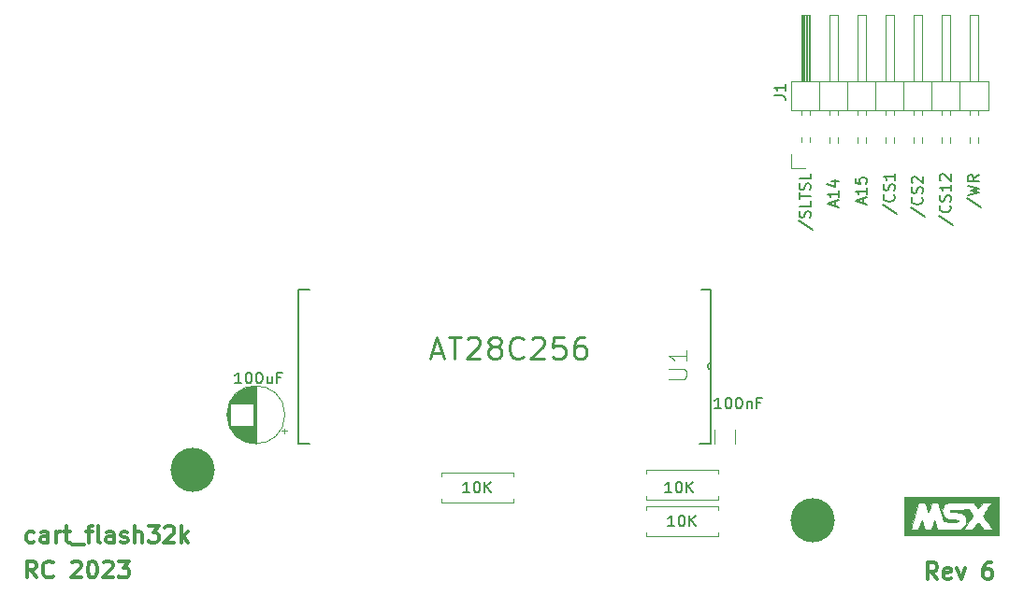
<source format=gbr>
G04 #@! TF.GenerationSoftware,KiCad,Pcbnew,(6.0.7)*
G04 #@! TF.CreationDate,2023-01-05T13:14:55+00:00*
G04 #@! TF.ProjectId,msx_eeprom,6d73785f-6565-4707-926f-6d2e6b696361,rev?*
G04 #@! TF.SameCoordinates,Original*
G04 #@! TF.FileFunction,Legend,Top*
G04 #@! TF.FilePolarity,Positive*
%FSLAX46Y46*%
G04 Gerber Fmt 4.6, Leading zero omitted, Abs format (unit mm)*
G04 Created by KiCad (PCBNEW (6.0.7)) date 2023-01-05 13:14:55*
%MOMM*%
%LPD*%
G01*
G04 APERTURE LIST*
%ADD10C,0.150000*%
%ADD11C,0.300000*%
%ADD12C,0.250000*%
%ADD13C,0.015000*%
%ADD14C,0.152400*%
%ADD15C,0.010000*%
%ADD16C,0.120000*%
%ADD17C,4.000000*%
G04 APERTURE END LIST*
D10*
X175680761Y-72397809D02*
X176966476Y-73254952D01*
X176633142Y-71493047D02*
X176680761Y-71540666D01*
X176728380Y-71683523D01*
X176728380Y-71778761D01*
X176680761Y-71921619D01*
X176585523Y-72016857D01*
X176490285Y-72064476D01*
X176299809Y-72112095D01*
X176156952Y-72112095D01*
X175966476Y-72064476D01*
X175871238Y-72016857D01*
X175776000Y-71921619D01*
X175728380Y-71778761D01*
X175728380Y-71683523D01*
X175776000Y-71540666D01*
X175823619Y-71493047D01*
X176680761Y-71112095D02*
X176728380Y-70969238D01*
X176728380Y-70731142D01*
X176680761Y-70635904D01*
X176633142Y-70588285D01*
X176537904Y-70540666D01*
X176442666Y-70540666D01*
X176347428Y-70588285D01*
X176299809Y-70635904D01*
X176252190Y-70731142D01*
X176204571Y-70921619D01*
X176156952Y-71016857D01*
X176109333Y-71064476D01*
X176014095Y-71112095D01*
X175918857Y-71112095D01*
X175823619Y-71064476D01*
X175776000Y-71016857D01*
X175728380Y-70921619D01*
X175728380Y-70683523D01*
X175776000Y-70540666D01*
X176728380Y-69588285D02*
X176728380Y-70159714D01*
X176728380Y-69874000D02*
X175728380Y-69874000D01*
X175871238Y-69969238D01*
X175966476Y-70064476D01*
X176014095Y-70159714D01*
X173902666Y-72310476D02*
X173902666Y-71834285D01*
X174188380Y-72405714D02*
X173188380Y-72072380D01*
X174188380Y-71739047D01*
X174188380Y-70881904D02*
X174188380Y-71453333D01*
X174188380Y-71167619D02*
X173188380Y-71167619D01*
X173331238Y-71262857D01*
X173426476Y-71358095D01*
X173474095Y-71453333D01*
X173188380Y-69977142D02*
X173188380Y-70453333D01*
X173664571Y-70500952D01*
X173616952Y-70453333D01*
X173569333Y-70358095D01*
X173569333Y-70120000D01*
X173616952Y-70024761D01*
X173664571Y-69977142D01*
X173759809Y-69929523D01*
X173997904Y-69929523D01*
X174093142Y-69977142D01*
X174140761Y-70024761D01*
X174188380Y-70120000D01*
X174188380Y-70358095D01*
X174140761Y-70453333D01*
X174093142Y-70500952D01*
D11*
X99023634Y-106210491D02*
X98523634Y-105496205D01*
X98166491Y-106210491D02*
X98166491Y-104710491D01*
X98737920Y-104710491D01*
X98880777Y-104781920D01*
X98952205Y-104853348D01*
X99023634Y-104996205D01*
X99023634Y-105210491D01*
X98952205Y-105353348D01*
X98880777Y-105424777D01*
X98737920Y-105496205D01*
X98166491Y-105496205D01*
X100523634Y-106067634D02*
X100452205Y-106139062D01*
X100237920Y-106210491D01*
X100095062Y-106210491D01*
X99880777Y-106139062D01*
X99737920Y-105996205D01*
X99666491Y-105853348D01*
X99595062Y-105567634D01*
X99595062Y-105353348D01*
X99666491Y-105067634D01*
X99737920Y-104924777D01*
X99880777Y-104781920D01*
X100095062Y-104710491D01*
X100237920Y-104710491D01*
X100452205Y-104781920D01*
X100523634Y-104853348D01*
X102237920Y-104853348D02*
X102309348Y-104781920D01*
X102452205Y-104710491D01*
X102809348Y-104710491D01*
X102952205Y-104781920D01*
X103023634Y-104853348D01*
X103095062Y-104996205D01*
X103095062Y-105139062D01*
X103023634Y-105353348D01*
X102166491Y-106210491D01*
X103095062Y-106210491D01*
X104023634Y-104710491D02*
X104166491Y-104710491D01*
X104309348Y-104781920D01*
X104380777Y-104853348D01*
X104452205Y-104996205D01*
X104523634Y-105281920D01*
X104523634Y-105639062D01*
X104452205Y-105924777D01*
X104380777Y-106067634D01*
X104309348Y-106139062D01*
X104166491Y-106210491D01*
X104023634Y-106210491D01*
X103880777Y-106139062D01*
X103809348Y-106067634D01*
X103737920Y-105924777D01*
X103666491Y-105639062D01*
X103666491Y-105281920D01*
X103737920Y-104996205D01*
X103809348Y-104853348D01*
X103880777Y-104781920D01*
X104023634Y-104710491D01*
X105095062Y-104853348D02*
X105166491Y-104781920D01*
X105309348Y-104710491D01*
X105666491Y-104710491D01*
X105809348Y-104781920D01*
X105880777Y-104853348D01*
X105952205Y-104996205D01*
X105952205Y-105139062D01*
X105880777Y-105353348D01*
X105023634Y-106210491D01*
X105952205Y-106210491D01*
X106452205Y-104710491D02*
X107380777Y-104710491D01*
X106880777Y-105281920D01*
X107095062Y-105281920D01*
X107237920Y-105353348D01*
X107309348Y-105424777D01*
X107380777Y-105567634D01*
X107380777Y-105924777D01*
X107309348Y-106067634D01*
X107237920Y-106139062D01*
X107095062Y-106210491D01*
X106666491Y-106210491D01*
X106523634Y-106139062D01*
X106452205Y-106067634D01*
D10*
X178220761Y-72651809D02*
X179506476Y-73508952D01*
X179173142Y-71747047D02*
X179220761Y-71794666D01*
X179268380Y-71937523D01*
X179268380Y-72032761D01*
X179220761Y-72175619D01*
X179125523Y-72270857D01*
X179030285Y-72318476D01*
X178839809Y-72366095D01*
X178696952Y-72366095D01*
X178506476Y-72318476D01*
X178411238Y-72270857D01*
X178316000Y-72175619D01*
X178268380Y-72032761D01*
X178268380Y-71937523D01*
X178316000Y-71794666D01*
X178363619Y-71747047D01*
X179220761Y-71366095D02*
X179268380Y-71223238D01*
X179268380Y-70985142D01*
X179220761Y-70889904D01*
X179173142Y-70842285D01*
X179077904Y-70794666D01*
X178982666Y-70794666D01*
X178887428Y-70842285D01*
X178839809Y-70889904D01*
X178792190Y-70985142D01*
X178744571Y-71175619D01*
X178696952Y-71270857D01*
X178649333Y-71318476D01*
X178554095Y-71366095D01*
X178458857Y-71366095D01*
X178363619Y-71318476D01*
X178316000Y-71270857D01*
X178268380Y-71175619D01*
X178268380Y-70937523D01*
X178316000Y-70794666D01*
X178363619Y-70413714D02*
X178316000Y-70366095D01*
X178268380Y-70270857D01*
X178268380Y-70032761D01*
X178316000Y-69937523D01*
X178363619Y-69889904D01*
X178458857Y-69842285D01*
X178554095Y-69842285D01*
X178696952Y-69889904D01*
X179268380Y-70461333D01*
X179268380Y-69842285D01*
X180760761Y-73382000D02*
X182046476Y-74239142D01*
X181713142Y-72477238D02*
X181760761Y-72524857D01*
X181808380Y-72667714D01*
X181808380Y-72762952D01*
X181760761Y-72905809D01*
X181665523Y-73001047D01*
X181570285Y-73048666D01*
X181379809Y-73096285D01*
X181236952Y-73096285D01*
X181046476Y-73048666D01*
X180951238Y-73001047D01*
X180856000Y-72905809D01*
X180808380Y-72762952D01*
X180808380Y-72667714D01*
X180856000Y-72524857D01*
X180903619Y-72477238D01*
X181760761Y-72096285D02*
X181808380Y-71953428D01*
X181808380Y-71715333D01*
X181760761Y-71620095D01*
X181713142Y-71572476D01*
X181617904Y-71524857D01*
X181522666Y-71524857D01*
X181427428Y-71572476D01*
X181379809Y-71620095D01*
X181332190Y-71715333D01*
X181284571Y-71905809D01*
X181236952Y-72001047D01*
X181189333Y-72048666D01*
X181094095Y-72096285D01*
X180998857Y-72096285D01*
X180903619Y-72048666D01*
X180856000Y-72001047D01*
X180808380Y-71905809D01*
X180808380Y-71667714D01*
X180856000Y-71524857D01*
X181808380Y-70572476D02*
X181808380Y-71143904D01*
X181808380Y-70858190D02*
X180808380Y-70858190D01*
X180951238Y-70953428D01*
X181046476Y-71048666D01*
X181094095Y-71143904D01*
X180903619Y-70191523D02*
X180856000Y-70143904D01*
X180808380Y-70048666D01*
X180808380Y-69810571D01*
X180856000Y-69715333D01*
X180903619Y-69667714D01*
X180998857Y-69620095D01*
X181094095Y-69620095D01*
X181236952Y-69667714D01*
X181808380Y-70239142D01*
X181808380Y-69620095D01*
X183300761Y-71762857D02*
X184586476Y-72620000D01*
X183348380Y-71524761D02*
X184348380Y-71286666D01*
X183634095Y-71096190D01*
X184348380Y-70905714D01*
X183348380Y-70667619D01*
X184348380Y-69715238D02*
X183872190Y-70048571D01*
X184348380Y-70286666D02*
X183348380Y-70286666D01*
X183348380Y-69905714D01*
X183396000Y-69810476D01*
X183443619Y-69762857D01*
X183538857Y-69715238D01*
X183681714Y-69715238D01*
X183776952Y-69762857D01*
X183824571Y-69810476D01*
X183872190Y-69905714D01*
X183872190Y-70286666D01*
D12*
X134825000Y-85808333D02*
X135777380Y-85808333D01*
X134634523Y-86379761D02*
X135301190Y-84379761D01*
X135967857Y-86379761D01*
X136348809Y-84379761D02*
X137491666Y-84379761D01*
X136920238Y-86379761D02*
X136920238Y-84379761D01*
X138063095Y-84570238D02*
X138158333Y-84475000D01*
X138348809Y-84379761D01*
X138825000Y-84379761D01*
X139015476Y-84475000D01*
X139110714Y-84570238D01*
X139205952Y-84760714D01*
X139205952Y-84951190D01*
X139110714Y-85236904D01*
X137967857Y-86379761D01*
X139205952Y-86379761D01*
X140348809Y-85236904D02*
X140158333Y-85141666D01*
X140063095Y-85046428D01*
X139967857Y-84855952D01*
X139967857Y-84760714D01*
X140063095Y-84570238D01*
X140158333Y-84475000D01*
X140348809Y-84379761D01*
X140729761Y-84379761D01*
X140920238Y-84475000D01*
X141015476Y-84570238D01*
X141110714Y-84760714D01*
X141110714Y-84855952D01*
X141015476Y-85046428D01*
X140920238Y-85141666D01*
X140729761Y-85236904D01*
X140348809Y-85236904D01*
X140158333Y-85332142D01*
X140063095Y-85427380D01*
X139967857Y-85617857D01*
X139967857Y-85998809D01*
X140063095Y-86189285D01*
X140158333Y-86284523D01*
X140348809Y-86379761D01*
X140729761Y-86379761D01*
X140920238Y-86284523D01*
X141015476Y-86189285D01*
X141110714Y-85998809D01*
X141110714Y-85617857D01*
X141015476Y-85427380D01*
X140920238Y-85332142D01*
X140729761Y-85236904D01*
X143110714Y-86189285D02*
X143015476Y-86284523D01*
X142729761Y-86379761D01*
X142539285Y-86379761D01*
X142253571Y-86284523D01*
X142063095Y-86094047D01*
X141967857Y-85903571D01*
X141872619Y-85522619D01*
X141872619Y-85236904D01*
X141967857Y-84855952D01*
X142063095Y-84665476D01*
X142253571Y-84475000D01*
X142539285Y-84379761D01*
X142729761Y-84379761D01*
X143015476Y-84475000D01*
X143110714Y-84570238D01*
X143872619Y-84570238D02*
X143967857Y-84475000D01*
X144158333Y-84379761D01*
X144634523Y-84379761D01*
X144825000Y-84475000D01*
X144920238Y-84570238D01*
X145015476Y-84760714D01*
X145015476Y-84951190D01*
X144920238Y-85236904D01*
X143777380Y-86379761D01*
X145015476Y-86379761D01*
X146825000Y-84379761D02*
X145872619Y-84379761D01*
X145777380Y-85332142D01*
X145872619Y-85236904D01*
X146063095Y-85141666D01*
X146539285Y-85141666D01*
X146729761Y-85236904D01*
X146825000Y-85332142D01*
X146920238Y-85522619D01*
X146920238Y-85998809D01*
X146825000Y-86189285D01*
X146729761Y-86284523D01*
X146539285Y-86379761D01*
X146063095Y-86379761D01*
X145872619Y-86284523D01*
X145777380Y-86189285D01*
X148634523Y-84379761D02*
X148253571Y-84379761D01*
X148063095Y-84475000D01*
X147967857Y-84570238D01*
X147777380Y-84855952D01*
X147682142Y-85236904D01*
X147682142Y-85998809D01*
X147777380Y-86189285D01*
X147872619Y-86284523D01*
X148063095Y-86379761D01*
X148444047Y-86379761D01*
X148634523Y-86284523D01*
X148729761Y-86189285D01*
X148825000Y-85998809D01*
X148825000Y-85522619D01*
X148729761Y-85332142D01*
X148634523Y-85236904D01*
X148444047Y-85141666D01*
X148063095Y-85141666D01*
X147872619Y-85236904D01*
X147777380Y-85332142D01*
X147682142Y-85522619D01*
D10*
X168060761Y-73850285D02*
X169346476Y-74707428D01*
X169060761Y-73564571D02*
X169108380Y-73421714D01*
X169108380Y-73183619D01*
X169060761Y-73088380D01*
X169013142Y-73040761D01*
X168917904Y-72993142D01*
X168822666Y-72993142D01*
X168727428Y-73040761D01*
X168679809Y-73088380D01*
X168632190Y-73183619D01*
X168584571Y-73374095D01*
X168536952Y-73469333D01*
X168489333Y-73516952D01*
X168394095Y-73564571D01*
X168298857Y-73564571D01*
X168203619Y-73516952D01*
X168156000Y-73469333D01*
X168108380Y-73374095D01*
X168108380Y-73136000D01*
X168156000Y-72993142D01*
X169108380Y-72088380D02*
X169108380Y-72564571D01*
X168108380Y-72564571D01*
X168108380Y-71897904D02*
X168108380Y-71326476D01*
X169108380Y-71612190D02*
X168108380Y-71612190D01*
X169060761Y-71040761D02*
X169108380Y-70897904D01*
X169108380Y-70659809D01*
X169060761Y-70564571D01*
X169013142Y-70516952D01*
X168917904Y-70469333D01*
X168822666Y-70469333D01*
X168727428Y-70516952D01*
X168679809Y-70564571D01*
X168632190Y-70659809D01*
X168584571Y-70850285D01*
X168536952Y-70945523D01*
X168489333Y-70993142D01*
X168394095Y-71040761D01*
X168298857Y-71040761D01*
X168203619Y-70993142D01*
X168156000Y-70945523D01*
X168108380Y-70850285D01*
X168108380Y-70612190D01*
X168156000Y-70469333D01*
X169108380Y-69564571D02*
X169108380Y-70040761D01*
X168108380Y-70040761D01*
D11*
X180590285Y-106342571D02*
X180090285Y-105628285D01*
X179733142Y-106342571D02*
X179733142Y-104842571D01*
X180304571Y-104842571D01*
X180447428Y-104914000D01*
X180518857Y-104985428D01*
X180590285Y-105128285D01*
X180590285Y-105342571D01*
X180518857Y-105485428D01*
X180447428Y-105556857D01*
X180304571Y-105628285D01*
X179733142Y-105628285D01*
X181804571Y-106271142D02*
X181661714Y-106342571D01*
X181376000Y-106342571D01*
X181233142Y-106271142D01*
X181161714Y-106128285D01*
X181161714Y-105556857D01*
X181233142Y-105414000D01*
X181376000Y-105342571D01*
X181661714Y-105342571D01*
X181804571Y-105414000D01*
X181876000Y-105556857D01*
X181876000Y-105699714D01*
X181161714Y-105842571D01*
X182376000Y-105342571D02*
X182733142Y-106342571D01*
X183090285Y-105342571D01*
X185447428Y-104842571D02*
X185161714Y-104842571D01*
X185018857Y-104914000D01*
X184947428Y-104985428D01*
X184804571Y-105199714D01*
X184733142Y-105485428D01*
X184733142Y-106056857D01*
X184804571Y-106199714D01*
X184876000Y-106271142D01*
X185018857Y-106342571D01*
X185304571Y-106342571D01*
X185447428Y-106271142D01*
X185518857Y-106199714D01*
X185590285Y-106056857D01*
X185590285Y-105699714D01*
X185518857Y-105556857D01*
X185447428Y-105485428D01*
X185304571Y-105414000D01*
X185018857Y-105414000D01*
X184876000Y-105485428D01*
X184804571Y-105556857D01*
X184733142Y-105699714D01*
D10*
X171362666Y-72564476D02*
X171362666Y-72088285D01*
X171648380Y-72659714D02*
X170648380Y-72326380D01*
X171648380Y-71993047D01*
X171648380Y-71135904D02*
X171648380Y-71707333D01*
X171648380Y-71421619D02*
X170648380Y-71421619D01*
X170791238Y-71516857D01*
X170886476Y-71612095D01*
X170934095Y-71707333D01*
X170981714Y-70278761D02*
X171648380Y-70278761D01*
X170600761Y-70516857D02*
X171315047Y-70754952D01*
X171315047Y-70135904D01*
D11*
X98802857Y-102969142D02*
X98660000Y-103040571D01*
X98374285Y-103040571D01*
X98231428Y-102969142D01*
X98160000Y-102897714D01*
X98088571Y-102754857D01*
X98088571Y-102326285D01*
X98160000Y-102183428D01*
X98231428Y-102112000D01*
X98374285Y-102040571D01*
X98660000Y-102040571D01*
X98802857Y-102112000D01*
X100088571Y-103040571D02*
X100088571Y-102254857D01*
X100017142Y-102112000D01*
X99874285Y-102040571D01*
X99588571Y-102040571D01*
X99445714Y-102112000D01*
X100088571Y-102969142D02*
X99945714Y-103040571D01*
X99588571Y-103040571D01*
X99445714Y-102969142D01*
X99374285Y-102826285D01*
X99374285Y-102683428D01*
X99445714Y-102540571D01*
X99588571Y-102469142D01*
X99945714Y-102469142D01*
X100088571Y-102397714D01*
X100802857Y-103040571D02*
X100802857Y-102040571D01*
X100802857Y-102326285D02*
X100874285Y-102183428D01*
X100945714Y-102112000D01*
X101088571Y-102040571D01*
X101231428Y-102040571D01*
X101517142Y-102040571D02*
X102088571Y-102040571D01*
X101731428Y-101540571D02*
X101731428Y-102826285D01*
X101802857Y-102969142D01*
X101945714Y-103040571D01*
X102088571Y-103040571D01*
X102231428Y-103183428D02*
X103374285Y-103183428D01*
X103517142Y-102040571D02*
X104088571Y-102040571D01*
X103731428Y-103040571D02*
X103731428Y-101754857D01*
X103802857Y-101612000D01*
X103945714Y-101540571D01*
X104088571Y-101540571D01*
X104802857Y-103040571D02*
X104660000Y-102969142D01*
X104588571Y-102826285D01*
X104588571Y-101540571D01*
X106017142Y-103040571D02*
X106017142Y-102254857D01*
X105945714Y-102112000D01*
X105802857Y-102040571D01*
X105517142Y-102040571D01*
X105374285Y-102112000D01*
X106017142Y-102969142D02*
X105874285Y-103040571D01*
X105517142Y-103040571D01*
X105374285Y-102969142D01*
X105302857Y-102826285D01*
X105302857Y-102683428D01*
X105374285Y-102540571D01*
X105517142Y-102469142D01*
X105874285Y-102469142D01*
X106017142Y-102397714D01*
X106660000Y-102969142D02*
X106802857Y-103040571D01*
X107088571Y-103040571D01*
X107231428Y-102969142D01*
X107302857Y-102826285D01*
X107302857Y-102754857D01*
X107231428Y-102612000D01*
X107088571Y-102540571D01*
X106874285Y-102540571D01*
X106731428Y-102469142D01*
X106660000Y-102326285D01*
X106660000Y-102254857D01*
X106731428Y-102112000D01*
X106874285Y-102040571D01*
X107088571Y-102040571D01*
X107231428Y-102112000D01*
X107945714Y-103040571D02*
X107945714Y-101540571D01*
X108588571Y-103040571D02*
X108588571Y-102254857D01*
X108517142Y-102112000D01*
X108374285Y-102040571D01*
X108160000Y-102040571D01*
X108017142Y-102112000D01*
X107945714Y-102183428D01*
X109160000Y-101540571D02*
X110088571Y-101540571D01*
X109588571Y-102112000D01*
X109802857Y-102112000D01*
X109945714Y-102183428D01*
X110017142Y-102254857D01*
X110088571Y-102397714D01*
X110088571Y-102754857D01*
X110017142Y-102897714D01*
X109945714Y-102969142D01*
X109802857Y-103040571D01*
X109374285Y-103040571D01*
X109231428Y-102969142D01*
X109160000Y-102897714D01*
X110660000Y-101683428D02*
X110731428Y-101612000D01*
X110874285Y-101540571D01*
X111231428Y-101540571D01*
X111374285Y-101612000D01*
X111445714Y-101683428D01*
X111517142Y-101826285D01*
X111517142Y-101969142D01*
X111445714Y-102183428D01*
X110588571Y-103040571D01*
X111517142Y-103040571D01*
X112160000Y-103040571D02*
X112160000Y-101540571D01*
X112302857Y-102469142D02*
X112731428Y-103040571D01*
X112731428Y-102040571D02*
X112160000Y-102612000D01*
D13*
X156263512Y-88194965D02*
X157592450Y-88194965D01*
X157748796Y-88116792D01*
X157826969Y-88038620D01*
X157905142Y-87882274D01*
X157905142Y-87569582D01*
X157826969Y-87413237D01*
X157748796Y-87335064D01*
X157592450Y-87256891D01*
X156263512Y-87256891D01*
X157905142Y-85615261D02*
X157905142Y-86553335D01*
X157905142Y-86084298D02*
X156263512Y-86084298D01*
X156498030Y-86240644D01*
X156654376Y-86396990D01*
X156732549Y-86553335D01*
D10*
X138247523Y-98496380D02*
X137676095Y-98496380D01*
X137961809Y-98496380D02*
X137961809Y-97496380D01*
X137866571Y-97639238D01*
X137771333Y-97734476D01*
X137676095Y-97782095D01*
X138866571Y-97496380D02*
X138961809Y-97496380D01*
X139057047Y-97544000D01*
X139104666Y-97591619D01*
X139152285Y-97686857D01*
X139199904Y-97877333D01*
X139199904Y-98115428D01*
X139152285Y-98305904D01*
X139104666Y-98401142D01*
X139057047Y-98448761D01*
X138961809Y-98496380D01*
X138866571Y-98496380D01*
X138771333Y-98448761D01*
X138723714Y-98401142D01*
X138676095Y-98305904D01*
X138628476Y-98115428D01*
X138628476Y-97877333D01*
X138676095Y-97686857D01*
X138723714Y-97591619D01*
X138771333Y-97544000D01*
X138866571Y-97496380D01*
X139628476Y-98496380D02*
X139628476Y-97496380D01*
X140199904Y-98496380D02*
X139771333Y-97924952D01*
X140199904Y-97496380D02*
X139628476Y-98067809D01*
X156789523Y-101544380D02*
X156218095Y-101544380D01*
X156503809Y-101544380D02*
X156503809Y-100544380D01*
X156408571Y-100687238D01*
X156313333Y-100782476D01*
X156218095Y-100830095D01*
X157408571Y-100544380D02*
X157503809Y-100544380D01*
X157599047Y-100592000D01*
X157646666Y-100639619D01*
X157694285Y-100734857D01*
X157741904Y-100925333D01*
X157741904Y-101163428D01*
X157694285Y-101353904D01*
X157646666Y-101449142D01*
X157599047Y-101496761D01*
X157503809Y-101544380D01*
X157408571Y-101544380D01*
X157313333Y-101496761D01*
X157265714Y-101449142D01*
X157218095Y-101353904D01*
X157170476Y-101163428D01*
X157170476Y-100925333D01*
X157218095Y-100734857D01*
X157265714Y-100639619D01*
X157313333Y-100592000D01*
X157408571Y-100544380D01*
X158170476Y-101544380D02*
X158170476Y-100544380D01*
X158741904Y-101544380D02*
X158313333Y-100972952D01*
X158741904Y-100544380D02*
X158170476Y-101115809D01*
X117578380Y-88590380D02*
X117006952Y-88590380D01*
X117292666Y-88590380D02*
X117292666Y-87590380D01*
X117197428Y-87733238D01*
X117102190Y-87828476D01*
X117006952Y-87876095D01*
X118197428Y-87590380D02*
X118292666Y-87590380D01*
X118387904Y-87638000D01*
X118435523Y-87685619D01*
X118483142Y-87780857D01*
X118530761Y-87971333D01*
X118530761Y-88209428D01*
X118483142Y-88399904D01*
X118435523Y-88495142D01*
X118387904Y-88542761D01*
X118292666Y-88590380D01*
X118197428Y-88590380D01*
X118102190Y-88542761D01*
X118054571Y-88495142D01*
X118006952Y-88399904D01*
X117959333Y-88209428D01*
X117959333Y-87971333D01*
X118006952Y-87780857D01*
X118054571Y-87685619D01*
X118102190Y-87638000D01*
X118197428Y-87590380D01*
X119149809Y-87590380D02*
X119245047Y-87590380D01*
X119340285Y-87638000D01*
X119387904Y-87685619D01*
X119435523Y-87780857D01*
X119483142Y-87971333D01*
X119483142Y-88209428D01*
X119435523Y-88399904D01*
X119387904Y-88495142D01*
X119340285Y-88542761D01*
X119245047Y-88590380D01*
X119149809Y-88590380D01*
X119054571Y-88542761D01*
X119006952Y-88495142D01*
X118959333Y-88399904D01*
X118911714Y-88209428D01*
X118911714Y-87971333D01*
X118959333Y-87780857D01*
X119006952Y-87685619D01*
X119054571Y-87638000D01*
X119149809Y-87590380D01*
X120340285Y-87923714D02*
X120340285Y-88590380D01*
X119911714Y-87923714D02*
X119911714Y-88447523D01*
X119959333Y-88542761D01*
X120054571Y-88590380D01*
X120197428Y-88590380D01*
X120292666Y-88542761D01*
X120340285Y-88495142D01*
X121149809Y-88066571D02*
X120816476Y-88066571D01*
X120816476Y-88590380D02*
X120816476Y-87590380D01*
X121292666Y-87590380D01*
X156535523Y-98496380D02*
X155964095Y-98496380D01*
X156249809Y-98496380D02*
X156249809Y-97496380D01*
X156154571Y-97639238D01*
X156059333Y-97734476D01*
X155964095Y-97782095D01*
X157154571Y-97496380D02*
X157249809Y-97496380D01*
X157345047Y-97544000D01*
X157392666Y-97591619D01*
X157440285Y-97686857D01*
X157487904Y-97877333D01*
X157487904Y-98115428D01*
X157440285Y-98305904D01*
X157392666Y-98401142D01*
X157345047Y-98448761D01*
X157249809Y-98496380D01*
X157154571Y-98496380D01*
X157059333Y-98448761D01*
X157011714Y-98401142D01*
X156964095Y-98305904D01*
X156916476Y-98115428D01*
X156916476Y-97877333D01*
X156964095Y-97686857D01*
X157011714Y-97591619D01*
X157059333Y-97544000D01*
X157154571Y-97496380D01*
X157916476Y-98496380D02*
X157916476Y-97496380D01*
X158487904Y-98496380D02*
X158059333Y-97924952D01*
X158487904Y-97496380D02*
X157916476Y-98067809D01*
X161012380Y-90876380D02*
X160440952Y-90876380D01*
X160726666Y-90876380D02*
X160726666Y-89876380D01*
X160631428Y-90019238D01*
X160536190Y-90114476D01*
X160440952Y-90162095D01*
X161631428Y-89876380D02*
X161726666Y-89876380D01*
X161821904Y-89924000D01*
X161869523Y-89971619D01*
X161917142Y-90066857D01*
X161964761Y-90257333D01*
X161964761Y-90495428D01*
X161917142Y-90685904D01*
X161869523Y-90781142D01*
X161821904Y-90828761D01*
X161726666Y-90876380D01*
X161631428Y-90876380D01*
X161536190Y-90828761D01*
X161488571Y-90781142D01*
X161440952Y-90685904D01*
X161393333Y-90495428D01*
X161393333Y-90257333D01*
X161440952Y-90066857D01*
X161488571Y-89971619D01*
X161536190Y-89924000D01*
X161631428Y-89876380D01*
X162583809Y-89876380D02*
X162679047Y-89876380D01*
X162774285Y-89924000D01*
X162821904Y-89971619D01*
X162869523Y-90066857D01*
X162917142Y-90257333D01*
X162917142Y-90495428D01*
X162869523Y-90685904D01*
X162821904Y-90781142D01*
X162774285Y-90828761D01*
X162679047Y-90876380D01*
X162583809Y-90876380D01*
X162488571Y-90828761D01*
X162440952Y-90781142D01*
X162393333Y-90685904D01*
X162345714Y-90495428D01*
X162345714Y-90257333D01*
X162393333Y-90066857D01*
X162440952Y-89971619D01*
X162488571Y-89924000D01*
X162583809Y-89876380D01*
X163345714Y-90209714D02*
X163345714Y-90876380D01*
X163345714Y-90304952D02*
X163393333Y-90257333D01*
X163488571Y-90209714D01*
X163631428Y-90209714D01*
X163726666Y-90257333D01*
X163774285Y-90352571D01*
X163774285Y-90876380D01*
X164583809Y-90352571D02*
X164250476Y-90352571D01*
X164250476Y-90876380D02*
X164250476Y-89876380D01*
X164726666Y-89876380D01*
X165838380Y-62496333D02*
X166552666Y-62496333D01*
X166695523Y-62543952D01*
X166790761Y-62639190D01*
X166838380Y-62782047D01*
X166838380Y-62877285D01*
X166838380Y-61496333D02*
X166838380Y-62067761D01*
X166838380Y-61782047D02*
X165838380Y-61782047D01*
X165981238Y-61877285D01*
X166076476Y-61972523D01*
X166124095Y-62067761D01*
D14*
X122770900Y-94030800D02*
X123786900Y-94030800D01*
X160108900Y-86741000D02*
X160108900Y-80060800D01*
X160108900Y-87350600D02*
X160108900Y-86741000D01*
X123786900Y-80060800D02*
X122770900Y-80060800D01*
X122770900Y-80060800D02*
X122770900Y-94030800D01*
X160108900Y-80060800D02*
X159270700Y-80060800D01*
X159092900Y-94030800D02*
X160108900Y-94030800D01*
X160108900Y-94030800D02*
X160108900Y-87350600D01*
X160108900Y-86741000D02*
G75*
G03*
X160108900Y-87350600I0J-304800D01*
G01*
G36*
X186182000Y-98856800D02*
G01*
X186182000Y-102362000D01*
X177596800Y-102362000D01*
X177596800Y-101801776D01*
X178206400Y-101801776D01*
X178253810Y-101829552D01*
X178382901Y-101847921D01*
X178558395Y-101854000D01*
X178910390Y-101854000D01*
X178986971Y-101587300D01*
X179037686Y-101406795D01*
X179081562Y-101244091D01*
X179097804Y-101180420D01*
X179141053Y-101053758D01*
X179185195Y-101027613D01*
X179231415Y-101102343D01*
X179270028Y-101232330D01*
X179318233Y-101424986D01*
X179366597Y-101614173D01*
X179379458Y-101663500D01*
X179429516Y-101854000D01*
X180078790Y-101854000D01*
X180155371Y-101587300D01*
X180206086Y-101406795D01*
X180249962Y-101244091D01*
X180266204Y-101180420D01*
X180302796Y-101065835D01*
X180340332Y-101032954D01*
X180383213Y-101086566D01*
X180435842Y-101231458D01*
X180489879Y-101423710D01*
X180603550Y-101854000D01*
X181632662Y-101854000D01*
X181982438Y-101853480D01*
X182245903Y-101850949D01*
X182438347Y-101844947D01*
X182575058Y-101834014D01*
X182671324Y-101816689D01*
X182742434Y-101791513D01*
X182803677Y-101757027D01*
X182829716Y-101739700D01*
X183047211Y-101549139D01*
X183175355Y-101327244D01*
X183221820Y-101108484D01*
X183199649Y-100849400D01*
X183081301Y-100619653D01*
X182865718Y-100417300D01*
X182833178Y-100394708D01*
X182732655Y-100336985D01*
X182622301Y-100302080D01*
X182473234Y-100284634D01*
X182256572Y-100279290D01*
X182210493Y-100279200D01*
X181984092Y-100275628D01*
X181840576Y-100262903D01*
X181761417Y-100238007D01*
X181729129Y-100200809D01*
X181714291Y-100120923D01*
X181721277Y-100100189D01*
X181776892Y-100090990D01*
X181916964Y-100079491D01*
X182124408Y-100066770D01*
X182382137Y-100053902D01*
X182603853Y-100044582D01*
X183464200Y-100011204D01*
X183637766Y-100254196D01*
X183731595Y-100394915D01*
X183794620Y-100507356D01*
X183811333Y-100555757D01*
X183783525Y-100616505D01*
X183707148Y-100743280D01*
X183592771Y-100919494D01*
X183450961Y-101128560D01*
X183396466Y-101206906D01*
X183248062Y-101420694D01*
X183123139Y-101604110D01*
X183032143Y-101741551D01*
X182985515Y-101817412D01*
X182981600Y-101826743D01*
X183028365Y-101839464D01*
X183152544Y-101849015D01*
X183329962Y-101853757D01*
X183383540Y-101854000D01*
X183785481Y-101854000D01*
X184026825Y-101515787D01*
X184137648Y-101359169D01*
X184215696Y-101265425D01*
X184279531Y-101237905D01*
X184347713Y-101279958D01*
X184438803Y-101394935D01*
X184571361Y-101586184D01*
X184593453Y-101618039D01*
X184757506Y-101854000D01*
X185164953Y-101854000D01*
X185353959Y-101850869D01*
X185496380Y-101842549D01*
X185568204Y-101830646D01*
X185572400Y-101826743D01*
X185544805Y-101777577D01*
X185468982Y-101661068D01*
X185355376Y-101492818D01*
X185214430Y-101288433D01*
X185157533Y-101206906D01*
X185008625Y-100990463D01*
X184883409Y-100801312D01*
X184792442Y-100655957D01*
X184746283Y-100570905D01*
X184742666Y-100558361D01*
X184770203Y-100498015D01*
X184845666Y-100371734D01*
X184958336Y-100196546D01*
X185097493Y-99989481D01*
X185135948Y-99933598D01*
X185529229Y-99364800D01*
X185106314Y-99364898D01*
X184683400Y-99364996D01*
X184508088Y-99622210D01*
X184409309Y-99762103D01*
X184330353Y-99864869D01*
X184293968Y-99903411D01*
X184248775Y-99876769D01*
X184167459Y-99783896D01*
X184067550Y-99644836D01*
X184066694Y-99643549D01*
X183878230Y-99359702D01*
X182696903Y-99374951D01*
X182298891Y-99380686D01*
X181988579Y-99388523D01*
X181752074Y-99401700D01*
X181575482Y-99423455D01*
X181444911Y-99457024D01*
X181346467Y-99505646D01*
X181266255Y-99572558D01*
X181190384Y-99660998D01*
X181130538Y-99739964D01*
X181049958Y-99919375D01*
X181021735Y-100143155D01*
X181045871Y-100368601D01*
X181122365Y-100553012D01*
X181130538Y-100564435D01*
X181258498Y-100716793D01*
X181389604Y-100819811D01*
X181549365Y-100884413D01*
X181763288Y-100921522D01*
X182006585Y-100939600D01*
X182237757Y-100954045D01*
X182385922Y-100971372D01*
X182469665Y-100995811D01*
X182507569Y-101031590D01*
X182515198Y-101055359D01*
X182515022Y-101091316D01*
X182488224Y-101115663D01*
X182419591Y-101130106D01*
X182293911Y-101136348D01*
X182095969Y-101136096D01*
X181835271Y-101131559D01*
X181138132Y-101117400D01*
X180965454Y-100507800D01*
X180890551Y-100243333D01*
X180817861Y-99986607D01*
X180756175Y-99768673D01*
X180717369Y-99631500D01*
X180641961Y-99364800D01*
X180049317Y-99364800D01*
X179932838Y-99783900D01*
X179875783Y-99979428D01*
X179824769Y-100136975D01*
X179788259Y-100230983D01*
X179780352Y-100244287D01*
X179752484Y-100217474D01*
X179707473Y-100111374D01*
X179652826Y-99945262D01*
X179622086Y-99837887D01*
X179499828Y-99390200D01*
X179190222Y-99375255D01*
X178880615Y-99360310D01*
X178543507Y-100554931D01*
X178449947Y-100888542D01*
X178366362Y-101190531D01*
X178296540Y-101446889D01*
X178244268Y-101643606D01*
X178213333Y-101766673D01*
X178206400Y-101801776D01*
X177596800Y-101801776D01*
X177596800Y-98856800D01*
X186182000Y-98856800D01*
G37*
D15*
X186182000Y-98856800D02*
X186182000Y-102362000D01*
X177596800Y-102362000D01*
X177596800Y-101801776D01*
X178206400Y-101801776D01*
X178253810Y-101829552D01*
X178382901Y-101847921D01*
X178558395Y-101854000D01*
X178910390Y-101854000D01*
X178986971Y-101587300D01*
X179037686Y-101406795D01*
X179081562Y-101244091D01*
X179097804Y-101180420D01*
X179141053Y-101053758D01*
X179185195Y-101027613D01*
X179231415Y-101102343D01*
X179270028Y-101232330D01*
X179318233Y-101424986D01*
X179366597Y-101614173D01*
X179379458Y-101663500D01*
X179429516Y-101854000D01*
X180078790Y-101854000D01*
X180155371Y-101587300D01*
X180206086Y-101406795D01*
X180249962Y-101244091D01*
X180266204Y-101180420D01*
X180302796Y-101065835D01*
X180340332Y-101032954D01*
X180383213Y-101086566D01*
X180435842Y-101231458D01*
X180489879Y-101423710D01*
X180603550Y-101854000D01*
X181632662Y-101854000D01*
X181982438Y-101853480D01*
X182245903Y-101850949D01*
X182438347Y-101844947D01*
X182575058Y-101834014D01*
X182671324Y-101816689D01*
X182742434Y-101791513D01*
X182803677Y-101757027D01*
X182829716Y-101739700D01*
X183047211Y-101549139D01*
X183175355Y-101327244D01*
X183221820Y-101108484D01*
X183199649Y-100849400D01*
X183081301Y-100619653D01*
X182865718Y-100417300D01*
X182833178Y-100394708D01*
X182732655Y-100336985D01*
X182622301Y-100302080D01*
X182473234Y-100284634D01*
X182256572Y-100279290D01*
X182210493Y-100279200D01*
X181984092Y-100275628D01*
X181840576Y-100262903D01*
X181761417Y-100238007D01*
X181729129Y-100200809D01*
X181714291Y-100120923D01*
X181721277Y-100100189D01*
X181776892Y-100090990D01*
X181916964Y-100079491D01*
X182124408Y-100066770D01*
X182382137Y-100053902D01*
X182603853Y-100044582D01*
X183464200Y-100011204D01*
X183637766Y-100254196D01*
X183731595Y-100394915D01*
X183794620Y-100507356D01*
X183811333Y-100555757D01*
X183783525Y-100616505D01*
X183707148Y-100743280D01*
X183592771Y-100919494D01*
X183450961Y-101128560D01*
X183396466Y-101206906D01*
X183248062Y-101420694D01*
X183123139Y-101604110D01*
X183032143Y-101741551D01*
X182985515Y-101817412D01*
X182981600Y-101826743D01*
X183028365Y-101839464D01*
X183152544Y-101849015D01*
X183329962Y-101853757D01*
X183383540Y-101854000D01*
X183785481Y-101854000D01*
X184026825Y-101515787D01*
X184137648Y-101359169D01*
X184215696Y-101265425D01*
X184279531Y-101237905D01*
X184347713Y-101279958D01*
X184438803Y-101394935D01*
X184571361Y-101586184D01*
X184593453Y-101618039D01*
X184757506Y-101854000D01*
X185164953Y-101854000D01*
X185353959Y-101850869D01*
X185496380Y-101842549D01*
X185568204Y-101830646D01*
X185572400Y-101826743D01*
X185544805Y-101777577D01*
X185468982Y-101661068D01*
X185355376Y-101492818D01*
X185214430Y-101288433D01*
X185157533Y-101206906D01*
X185008625Y-100990463D01*
X184883409Y-100801312D01*
X184792442Y-100655957D01*
X184746283Y-100570905D01*
X184742666Y-100558361D01*
X184770203Y-100498015D01*
X184845666Y-100371734D01*
X184958336Y-100196546D01*
X185097493Y-99989481D01*
X185135948Y-99933598D01*
X185529229Y-99364800D01*
X185106314Y-99364898D01*
X184683400Y-99364996D01*
X184508088Y-99622210D01*
X184409309Y-99762103D01*
X184330353Y-99864869D01*
X184293968Y-99903411D01*
X184248775Y-99876769D01*
X184167459Y-99783896D01*
X184067550Y-99644836D01*
X184066694Y-99643549D01*
X183878230Y-99359702D01*
X182696903Y-99374951D01*
X182298891Y-99380686D01*
X181988579Y-99388523D01*
X181752074Y-99401700D01*
X181575482Y-99423455D01*
X181444911Y-99457024D01*
X181346467Y-99505646D01*
X181266255Y-99572558D01*
X181190384Y-99660998D01*
X181130538Y-99739964D01*
X181049958Y-99919375D01*
X181021735Y-100143155D01*
X181045871Y-100368601D01*
X181122365Y-100553012D01*
X181130538Y-100564435D01*
X181258498Y-100716793D01*
X181389604Y-100819811D01*
X181549365Y-100884413D01*
X181763288Y-100921522D01*
X182006585Y-100939600D01*
X182237757Y-100954045D01*
X182385922Y-100971372D01*
X182469665Y-100995811D01*
X182507569Y-101031590D01*
X182515198Y-101055359D01*
X182515022Y-101091316D01*
X182488224Y-101115663D01*
X182419591Y-101130106D01*
X182293911Y-101136348D01*
X182095969Y-101136096D01*
X181835271Y-101131559D01*
X181138132Y-101117400D01*
X180965454Y-100507800D01*
X180890551Y-100243333D01*
X180817861Y-99986607D01*
X180756175Y-99768673D01*
X180717369Y-99631500D01*
X180641961Y-99364800D01*
X180049317Y-99364800D01*
X179932838Y-99783900D01*
X179875783Y-99979428D01*
X179824769Y-100136975D01*
X179788259Y-100230983D01*
X179780352Y-100244287D01*
X179752484Y-100217474D01*
X179707473Y-100111374D01*
X179652826Y-99945262D01*
X179622086Y-99837887D01*
X179499828Y-99390200D01*
X179190222Y-99375255D01*
X178880615Y-99360310D01*
X178543507Y-100554931D01*
X178449947Y-100888542D01*
X178366362Y-101190531D01*
X178296540Y-101446889D01*
X178244268Y-101643606D01*
X178213333Y-101766673D01*
X178206400Y-101801776D01*
X177596800Y-101801776D01*
X177596800Y-98856800D01*
X186182000Y-98856800D01*
D16*
X135668000Y-99414000D02*
X142208000Y-99414000D01*
X142208000Y-99414000D02*
X142208000Y-99084000D01*
X135668000Y-96674000D02*
X142208000Y-96674000D01*
X135668000Y-99084000D02*
X135668000Y-99414000D01*
X135668000Y-97004000D02*
X135668000Y-96674000D01*
X142208000Y-96674000D02*
X142208000Y-97004000D01*
X160750000Y-102462000D02*
X154210000Y-102462000D01*
X154210000Y-99722000D02*
X154210000Y-100052000D01*
X154210000Y-102462000D02*
X154210000Y-102132000D01*
X160750000Y-100052000D02*
X160750000Y-99722000D01*
X160750000Y-102132000D02*
X160750000Y-102462000D01*
X160750000Y-99722000D02*
X154210000Y-99722000D01*
X121446775Y-93165000D02*
X121446775Y-92665000D01*
X117571000Y-93664000D02*
X117571000Y-92480000D01*
X117811000Y-93788000D02*
X117811000Y-92480000D01*
X118252000Y-90400000D02*
X118252000Y-88939000D01*
X117771000Y-93769000D02*
X117771000Y-92480000D01*
X116291000Y-91724000D02*
X116291000Y-91156000D01*
X116491000Y-92451000D02*
X116491000Y-90429000D01*
X118011000Y-93868000D02*
X118011000Y-92480000D01*
X117851000Y-90400000D02*
X117851000Y-89075000D01*
X117131000Y-90400000D02*
X117131000Y-89539000D01*
X118492000Y-93990000D02*
X118492000Y-92480000D01*
X118372000Y-90400000D02*
X118372000Y-88912000D01*
X117371000Y-90400000D02*
X117371000Y-89345000D01*
X116691000Y-92823000D02*
X116691000Y-92480000D01*
X116771000Y-90400000D02*
X116771000Y-89940000D01*
X117571000Y-90400000D02*
X117571000Y-89216000D01*
X116771000Y-92940000D02*
X116771000Y-92480000D01*
X118652000Y-90400000D02*
X118652000Y-88871000D01*
X118532000Y-93996000D02*
X118532000Y-92480000D01*
X117731000Y-90400000D02*
X117731000Y-89130000D01*
X116971000Y-93183000D02*
X116971000Y-92480000D01*
X117371000Y-93535000D02*
X117371000Y-92480000D01*
X117451000Y-93589000D02*
X117451000Y-92480000D01*
X118572000Y-90400000D02*
X118572000Y-88879000D01*
X117251000Y-93444000D02*
X117251000Y-92480000D01*
X118612000Y-94005000D02*
X118612000Y-92480000D01*
X116811000Y-92994000D02*
X116811000Y-92480000D01*
X118372000Y-93968000D02*
X118372000Y-92480000D01*
X118011000Y-90400000D02*
X118011000Y-89012000D01*
X118532000Y-90400000D02*
X118532000Y-88884000D01*
X118412000Y-93976000D02*
X118412000Y-92480000D01*
X116411000Y-92245000D02*
X116411000Y-90635000D01*
X118892000Y-94020000D02*
X118892000Y-88860000D01*
X118091000Y-93895000D02*
X118091000Y-92480000D01*
X117411000Y-93562000D02*
X117411000Y-92480000D01*
X116851000Y-90400000D02*
X116851000Y-89835000D01*
X116731000Y-92883000D02*
X116731000Y-92480000D01*
X116451000Y-92355000D02*
X116451000Y-90525000D01*
X118732000Y-94016000D02*
X118732000Y-88864000D01*
X116651000Y-92759000D02*
X116651000Y-92480000D01*
X117691000Y-90400000D02*
X117691000Y-89150000D01*
X118452000Y-93983000D02*
X118452000Y-92480000D01*
X117211000Y-90400000D02*
X117211000Y-89469000D01*
X118212000Y-90400000D02*
X118212000Y-88949000D01*
X118131000Y-93908000D02*
X118131000Y-92480000D01*
X116851000Y-93045000D02*
X116851000Y-92480000D01*
X117531000Y-93640000D02*
X117531000Y-92480000D01*
X116611000Y-92691000D02*
X116611000Y-92480000D01*
X117931000Y-93838000D02*
X117931000Y-92480000D01*
X118452000Y-90400000D02*
X118452000Y-88897000D01*
X117011000Y-90400000D02*
X117011000Y-89655000D01*
X118292000Y-93951000D02*
X118292000Y-92480000D01*
X118252000Y-93941000D02*
X118252000Y-92480000D01*
X117531000Y-90400000D02*
X117531000Y-89240000D01*
X117091000Y-90400000D02*
X117091000Y-89576000D01*
X116931000Y-93139000D02*
X116931000Y-92480000D01*
X117691000Y-93730000D02*
X117691000Y-92480000D01*
X116611000Y-90400000D02*
X116611000Y-90189000D01*
X116651000Y-90400000D02*
X116651000Y-90121000D01*
X117011000Y-93225000D02*
X117011000Y-92480000D01*
X117491000Y-90400000D02*
X117491000Y-89265000D01*
X117971000Y-90400000D02*
X117971000Y-89026000D01*
X116891000Y-93093000D02*
X116891000Y-92480000D01*
X117091000Y-93304000D02*
X117091000Y-92480000D01*
X117251000Y-90400000D02*
X117251000Y-89436000D01*
X116371000Y-92117000D02*
X116371000Y-90763000D01*
X118091000Y-90400000D02*
X118091000Y-88985000D01*
X118051000Y-93882000D02*
X118051000Y-92480000D01*
X117891000Y-90400000D02*
X117891000Y-89058000D01*
X117331000Y-93505000D02*
X117331000Y-92480000D01*
X116971000Y-90400000D02*
X116971000Y-89697000D01*
X118131000Y-90400000D02*
X118131000Y-88972000D01*
X117611000Y-93687000D02*
X117611000Y-92480000D01*
X117331000Y-90400000D02*
X117331000Y-89375000D01*
X117051000Y-93266000D02*
X117051000Y-92480000D01*
X117491000Y-93615000D02*
X117491000Y-92480000D01*
X118412000Y-90400000D02*
X118412000Y-88904000D01*
X118332000Y-93960000D02*
X118332000Y-92480000D01*
X116691000Y-90400000D02*
X116691000Y-90057000D01*
X117891000Y-93822000D02*
X117891000Y-92480000D01*
X118572000Y-94001000D02*
X118572000Y-92480000D01*
X121696775Y-92915000D02*
X121196775Y-92915000D01*
X117451000Y-90400000D02*
X117451000Y-89291000D01*
X116731000Y-90400000D02*
X116731000Y-89997000D01*
X117731000Y-93750000D02*
X117731000Y-92480000D01*
X117931000Y-90400000D02*
X117931000Y-89042000D01*
X118212000Y-93931000D02*
X118212000Y-92480000D01*
X118332000Y-90400000D02*
X118332000Y-88920000D01*
X117971000Y-93854000D02*
X117971000Y-92480000D01*
X118171000Y-93920000D02*
X118171000Y-92480000D01*
X118051000Y-90400000D02*
X118051000Y-88998000D01*
X117811000Y-90400000D02*
X117811000Y-89092000D01*
X117051000Y-90400000D02*
X117051000Y-89614000D01*
X117211000Y-93411000D02*
X117211000Y-92480000D01*
X117771000Y-90400000D02*
X117771000Y-89111000D01*
X118652000Y-94009000D02*
X118652000Y-92480000D01*
X118852000Y-94020000D02*
X118852000Y-88860000D01*
X116571000Y-92618000D02*
X116571000Y-90262000D01*
X118171000Y-90400000D02*
X118171000Y-88960000D01*
X118492000Y-90400000D02*
X118492000Y-88890000D01*
X116811000Y-90400000D02*
X116811000Y-89886000D01*
X117851000Y-93805000D02*
X117851000Y-92480000D01*
X118812000Y-94019000D02*
X118812000Y-88861000D01*
X118292000Y-90400000D02*
X118292000Y-88929000D01*
X116891000Y-90400000D02*
X116891000Y-89787000D01*
X116531000Y-92538000D02*
X116531000Y-90342000D01*
X117131000Y-93341000D02*
X117131000Y-92480000D01*
X116331000Y-91958000D02*
X116331000Y-90922000D01*
X118612000Y-90400000D02*
X118612000Y-88875000D01*
X117291000Y-90400000D02*
X117291000Y-89405000D01*
X117651000Y-90400000D02*
X117651000Y-89172000D01*
X118772000Y-94018000D02*
X118772000Y-88862000D01*
X117611000Y-90400000D02*
X117611000Y-89193000D01*
X117291000Y-93475000D02*
X117291000Y-92480000D01*
X118692000Y-94013000D02*
X118692000Y-88867000D01*
X117171000Y-90400000D02*
X117171000Y-89503000D01*
X116931000Y-90400000D02*
X116931000Y-89741000D01*
X117171000Y-93377000D02*
X117171000Y-92480000D01*
X117411000Y-90400000D02*
X117411000Y-89318000D01*
X117651000Y-93708000D02*
X117651000Y-92480000D01*
X121512000Y-91440000D02*
G75*
G03*
X121512000Y-91440000I-2620000J0D01*
G01*
X160750000Y-98830000D02*
X160750000Y-99160000D01*
X160750000Y-96750000D02*
X160750000Y-96420000D01*
X154210000Y-96420000D02*
X154210000Y-96750000D01*
X154210000Y-99160000D02*
X154210000Y-98830000D01*
X160750000Y-99160000D02*
X154210000Y-99160000D01*
X160750000Y-96420000D02*
X154210000Y-96420000D01*
X160433500Y-94019400D02*
X160433500Y-92761400D01*
X162273500Y-94019400D02*
X162273500Y-92761400D01*
X183516000Y-55178000D02*
X184276000Y-55178000D01*
X173356000Y-64235071D02*
X173356000Y-63838000D01*
X176656000Y-66775071D02*
X176656000Y-66320929D01*
X168276000Y-55178000D02*
X169036000Y-55178000D01*
X175896000Y-55178000D02*
X176656000Y-55178000D01*
X180086000Y-63838000D02*
X180086000Y-61178000D01*
X168276000Y-66708000D02*
X168276000Y-66320929D01*
X180976000Y-66775071D02*
X180976000Y-66320929D01*
X168456000Y-61178000D02*
X168456000Y-55178000D01*
X168276000Y-61178000D02*
X168276000Y-55178000D01*
X179196000Y-64235071D02*
X179196000Y-63838000D01*
X181736000Y-55178000D02*
X181736000Y-61178000D01*
X170816000Y-55178000D02*
X171576000Y-55178000D01*
X169036000Y-66708000D02*
X169036000Y-66320929D01*
X169926000Y-63838000D02*
X169926000Y-61178000D01*
X171576000Y-55178000D02*
X171576000Y-61178000D01*
X170816000Y-64235071D02*
X170816000Y-63838000D01*
X185226000Y-61178000D02*
X167326000Y-61178000D01*
X168336000Y-61178000D02*
X168336000Y-55178000D01*
X178436000Y-61178000D02*
X178436000Y-55178000D01*
X185226000Y-63838000D02*
X185226000Y-61178000D01*
X168816000Y-61178000D02*
X168816000Y-55178000D01*
X174116000Y-55178000D02*
X174116000Y-61178000D01*
X168656000Y-69088000D02*
X167386000Y-69088000D01*
X172466000Y-63838000D02*
X172466000Y-61178000D01*
X168936000Y-61178000D02*
X168936000Y-55178000D01*
X180976000Y-64235071D02*
X180976000Y-63838000D01*
X179196000Y-55178000D02*
X179196000Y-61178000D01*
X178436000Y-66775071D02*
X178436000Y-66320929D01*
X181736000Y-66775071D02*
X181736000Y-66320929D01*
X183516000Y-61178000D02*
X183516000Y-55178000D01*
X168276000Y-64235071D02*
X168276000Y-63838000D01*
X180976000Y-61178000D02*
X180976000Y-55178000D01*
X170816000Y-61178000D02*
X170816000Y-55178000D01*
X169036000Y-55178000D02*
X169036000Y-61178000D01*
X175896000Y-64235071D02*
X175896000Y-63838000D01*
X170816000Y-66775071D02*
X170816000Y-66320929D01*
X184276000Y-64235071D02*
X184276000Y-63838000D01*
X181736000Y-64235071D02*
X181736000Y-63838000D01*
X177546000Y-63838000D02*
X177546000Y-61178000D01*
X178436000Y-55178000D02*
X179196000Y-55178000D01*
X173356000Y-66775071D02*
X173356000Y-66320929D01*
X183516000Y-66775071D02*
X183516000Y-66320929D01*
X171576000Y-66775071D02*
X171576000Y-66320929D01*
X180976000Y-55178000D02*
X181736000Y-55178000D01*
X171576000Y-64235071D02*
X171576000Y-63838000D01*
X173356000Y-61178000D02*
X173356000Y-55178000D01*
X184276000Y-55178000D02*
X184276000Y-61178000D01*
X175006000Y-63838000D02*
X175006000Y-61178000D01*
X167326000Y-63838000D02*
X185226000Y-63838000D01*
X174116000Y-66775071D02*
X174116000Y-66320929D01*
X169036000Y-64235071D02*
X169036000Y-63838000D01*
X179196000Y-66775071D02*
X179196000Y-66320929D01*
X183516000Y-64235071D02*
X183516000Y-63838000D01*
X182626000Y-63838000D02*
X182626000Y-61178000D01*
X176656000Y-64235071D02*
X176656000Y-63838000D01*
X168576000Y-61178000D02*
X168576000Y-55178000D01*
X167326000Y-61178000D02*
X167326000Y-63838000D01*
X178436000Y-64235071D02*
X178436000Y-63838000D01*
X175896000Y-66775071D02*
X175896000Y-66320929D01*
X174116000Y-64235071D02*
X174116000Y-63838000D01*
X176656000Y-55178000D02*
X176656000Y-61178000D01*
X184276000Y-66775071D02*
X184276000Y-66320929D01*
X168696000Y-61178000D02*
X168696000Y-55178000D01*
X175896000Y-61178000D02*
X175896000Y-55178000D01*
X167386000Y-69088000D02*
X167386000Y-67818000D01*
X173356000Y-55178000D02*
X174116000Y-55178000D01*
D17*
X113132260Y-96451520D03*
X169331640Y-101046000D03*
M02*

</source>
